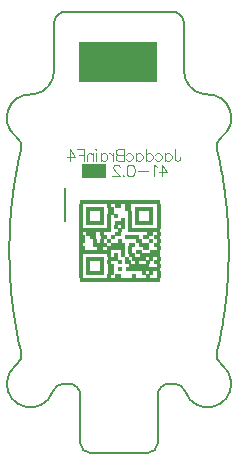
<source format=gbo>
G04*
G04 #@! TF.GenerationSoftware,Altium Limited,Altium Designer,21.5.1 (32)*
G04*
G04 Layer_Color=32896*
%FSAX25Y25*%
%MOIN*%
G70*
G04*
G04 #@! TF.SameCoordinates,4E6474E7-3770-4CE9-8705-8CFC98EF6C10*
G04*
G04*
G04 #@! TF.FilePolarity,Positive*
G04*
G01*
G75*
%ADD12C,0.00787*%
%ADD13C,0.00394*%
%ADD77C,0.00315*%
%ADD78R,0.01181X0.01181*%
%ADD79R,0.01181X0.01181*%
%ADD80R,0.05906X0.01181*%
%ADD81R,0.01181X0.01181*%
%ADD82R,0.10630X0.01181*%
%ADD83R,0.02362X0.01181*%
%ADD84R,0.03543X0.01181*%
%ADD85R,0.10630X0.01181*%
%ADD86R,0.01181X0.01181*%
%ADD87R,0.05906X0.01181*%
%ADD88R,0.02362X0.01181*%
%ADD89R,0.03543X0.01181*%
%ADD90R,0.02362X0.01181*%
%ADD91R,0.04724X0.01181*%
%ADD92R,0.27165X0.01181*%
%ADD93R,0.05906X0.01181*%
%ADD94R,0.02362X0.01181*%
%ADD95R,0.04724X0.01181*%
%ADD96R,0.11811X0.01181*%
%ADD97R,0.07087X0.01181*%
%ADD98R,0.04724X0.01181*%
%ADD99R,0.07087X0.01181*%
%ADD100R,0.03543X0.01181*%
%ADD101R,0.07972X0.04575*%
%ADD102R,0.26378X0.13484*%
D12*
X-0018012Y0010008D02*
Y0020808D01*
X-0017715Y0079726D02*
G03*
X-0021654Y0075787I0000000J-0003938D01*
G01*
X-0034152Y-0037918D02*
G03*
X-0037374Y-0043632I0004625J-0006373D01*
G01*
X0016811Y-0044291D02*
G03*
X0012874Y-0048228I0000000J-0003937D01*
G01*
X0021654Y0075787D02*
G03*
X0017715Y0079726I-0003938J0000000D01*
G01*
X0034152Y0037918D02*
G03*
X0032640Y0033797I0002312J-0003187D01*
G01*
X-0034152Y-0037918D02*
G03*
X-0032640Y-0033797I-0002312J0003187D01*
G01*
X0009729Y-0067323D02*
G03*
X0012874Y-0064177I0000000J0003145D01*
G01*
X0032640Y-0033797D02*
G03*
X0034152Y-0037918I0003824J-0000935D01*
G01*
X-0012874Y-0064177D02*
G03*
X-0009729Y-0067323I0003145J0000000D01*
G01*
X-0032640Y0033797D02*
G03*
X-0034152Y0037918I-0003824J0000935D01*
G01*
X0037367Y-0043558D02*
G03*
X0034152Y-0037918I-0007840J-0000734D01*
G01*
X-0029035Y0052150D02*
G03*
X-0034152Y0037918I-0000493J-0007859D01*
G01*
X-0012874Y-0048228D02*
G03*
X-0016811Y-0044291I-0003937J0000000D01*
G01*
X0021654Y0059953D02*
G03*
X0028362Y0052165I0007874J0000000D01*
G01*
X-0029035Y0052150D02*
G03*
X-0028362Y0052165I0000246J0003929D01*
G01*
X0022104Y-0046916D02*
G03*
X0037367Y-0043560I0007423J0002625D01*
G01*
X-0018392Y-0044291D02*
G03*
X-0022104Y-0046916I0000000J-0003937D01*
G01*
X0028362Y0052165D02*
G03*
X0029035Y0052150I0000426J0003914D01*
G01*
X0022104Y-0046916D02*
G03*
X0018392Y-0044291I-0003712J-0001312D01*
G01*
X-0037374Y-0043633D02*
G03*
X-0022104Y-0046916I0007846J-0000658D01*
G01*
X0034152Y0037918D02*
G03*
X0029035Y0052150I-0004625J0006373D01*
G01*
X-0028362Y0052165D02*
G03*
X-0021654Y0059953I-0001165J0007787D01*
G01*
Y0075787D01*
X0033507Y0029989D02*
X0033641Y0029344D01*
X-0033507Y0029989D02*
X-0033370Y0030630D01*
X0034269Y0026086D02*
X0034386Y0025428D01*
X-0034269Y0026086D02*
X-0034150Y0026743D01*
X0034924Y0022102D02*
X0035023Y0021431D01*
X0035118Y0020759D01*
X-0034924Y0022102D02*
X-0034823Y0022772D01*
X-0035840Y0014628D02*
X-0035773Y0015315D01*
X0036227Y0009787D02*
X0036270Y0009091D01*
X-0036182Y0010482D02*
X-0036133Y0011175D01*
X0036437Y0005603D02*
X0036461Y0004904D01*
X-0036410Y0006302D02*
X-0036380Y0007000D01*
X0036532Y0001402D02*
X0036537Y0000701D01*
X-0036524Y0002103D02*
X-0036513Y0002804D01*
X0036499Y-0003504D02*
X0036513Y-0002804D01*
X0036132Y-0011175D02*
X0036182Y-0010482D01*
X-0036228Y-0009787D02*
X-0036182Y-0010482D01*
X0035772Y-0015315D02*
X0035840Y-0014628D01*
X-0035905Y-0013940D02*
X-0035840Y-0014628D01*
X0035300Y-0019407D02*
X0035387Y-0018729D01*
X-0035470Y-0018049D02*
X-0035387Y-0018729D01*
X0034610Y-0024104D02*
X0034718Y-0023439D01*
X0033229Y-0031269D02*
X0033370Y-0030630D01*
X-0033641Y-0029344D02*
X-0033507Y-0029989D01*
X-0032792Y-0033169D02*
X-0032640Y-0033797D01*
X0016811Y-0044291D02*
X0018392D01*
X0032792Y0033169D02*
X0032940Y0032539D01*
X0033641Y0029344D02*
X0033773Y0028698D01*
X-0033370Y0030630D02*
X-0033230Y0031269D01*
X0034386Y0025428D02*
X0034500Y0024767D01*
X-0034150Y0026743D02*
X-0034027Y0027397D01*
X-0034823Y0022772D02*
X-0034718Y0023439D01*
X0035550Y0017368D02*
X0035627Y0016685D01*
X-0035387Y0018729D02*
X-0035301Y0019407D01*
X0035967Y0013250D02*
X0036025Y0012560D01*
X0036270Y0009091D02*
X0036310Y0008395D01*
X-0036380Y0007000D02*
X-0036346Y0007698D01*
X0036461Y0004904D02*
X0036481Y0004204D01*
X-0036513Y0002804D02*
X-0036499Y0003504D01*
X-0036537Y-0000701D02*
X-0036532Y-0001402D01*
X0036346Y-0007698D02*
X0036380Y-0007000D01*
X-0036461Y-0004904D02*
X-0036437Y-0005603D01*
X0036080Y-0011868D02*
X0036132Y-0011175D01*
X0035701Y-0016001D02*
X0035772Y-0015315D01*
X-0035967Y-0013250D02*
X-0035905Y-0013940D01*
X0035211Y-0020084D02*
X0035300Y-0019407D01*
X-0035550Y-0017368D02*
X-0035470Y-0018049D01*
X-0035023Y-0021431D02*
X-0034924Y-0022102D01*
X0033901Y-0028048D02*
X0034027Y-0027397D01*
X-0034386Y-0025428D02*
X-0034269Y-0026086D01*
X0033086Y-0031905D02*
X0033229Y-0031269D01*
X-0032941Y-0032539D02*
X-0032792Y-0033169D01*
X0012874Y-0064177D02*
Y-0048228D01*
X-0017715Y0079724D02*
X0017715D01*
X0032940Y0032539D02*
X0033086Y0031905D01*
X0033773Y0028698D02*
X0033901Y0028048D01*
X-0034718Y0023439D02*
X-0034610Y0024104D01*
X0035118Y0020759D02*
X0035211Y0020084D01*
X-0035301Y0019407D02*
X-0035211Y0020084D01*
X0035627Y0016685D02*
X0035701Y0016001D01*
X-0035773Y0015315D02*
X-0035702Y0016001D01*
X0036025Y0012560D02*
X0036080Y0011868D01*
X-0036133Y0011175D02*
X-0036081Y0011868D01*
X0036310Y0008395D02*
X0036346Y0007698D01*
X-0036499Y0003504D02*
X-0036481Y0004204D01*
X0036537Y0000701D02*
X0036538Y0000000D01*
X-0036538D02*
X-0036537Y-0000701D01*
X0036481Y-0004204D02*
X0036499Y-0003504D01*
X-0036481Y-0004204D02*
X-0036461Y-0004904D01*
X0036310Y-0008395D02*
X0036346Y-0007698D01*
X-0036270Y-0009091D02*
X-0036228Y-0009787D01*
X0036025Y-0012560D02*
X0036080Y-0011868D01*
X-0035628Y-0016685D02*
X-0035550Y-0017368D01*
X-0035119Y-0020759D02*
X-0035023Y-0021431D01*
X0034500Y-0024767D02*
X0034610Y-0024104D01*
X-0034500Y-0024767D02*
X-0034386Y-0025428D01*
X0033773Y-0028698D02*
X0033901Y-0028048D01*
X-0033773Y-0028698D02*
X-0033641Y-0029344D01*
X0032940Y-0032539D02*
X0033086Y-0031905D01*
X0021654Y0059953D02*
Y0075787D01*
X-0033230Y0031269D02*
X-0033086Y0031905D01*
X-0034027Y0027397D02*
X-0033902Y0028048D01*
X0034500Y0024767D02*
X0034610Y0024104D01*
X0035211Y0020084D02*
X0035300Y0019407D01*
X-0035211Y0020084D02*
X-0035119Y0020759D01*
X0035701Y0016001D02*
X0035772Y0015315D01*
X-0035702Y0016001D02*
X-0035628Y0016685D01*
X-0036081Y0011868D02*
X-0036025Y0012560D01*
X-0036346Y0007698D02*
X-0036310Y0008395D01*
X0036481Y0004204D02*
X0036499Y0003504D01*
X0036537Y-0000701D02*
X0036538Y0000000D01*
X0036461Y-0004904D02*
X0036481Y-0004204D01*
X-0036499Y-0003504D02*
X-0036481Y-0004204D01*
X0036270Y-0009091D02*
X0036310Y-0008395D01*
X-0036310D02*
X-0036270Y-0009091D01*
X-0036025Y-0012560D02*
X-0035967Y-0013250D01*
X0035627Y-0016685D02*
X0035701Y-0016001D01*
X0035118Y-0020759D02*
X0035211Y-0020084D01*
X0034386Y-0025428D02*
X0034500Y-0024767D01*
X-0034610Y-0024104D02*
X-0034500Y-0024767D01*
X0033641Y-0029344D02*
X0033773Y-0028698D01*
X-0033902Y-0028048D02*
X-0033773Y-0028698D01*
X-0033086Y-0031905D02*
X-0032941Y-0032539D01*
X-0009729Y-0067323D02*
X0009729D01*
X0033086Y0031905D02*
X0033229Y0031269D01*
X-0033086Y0031905D02*
X-0032941Y0032539D01*
X0033901Y0028048D02*
X0034027Y0027397D01*
X-0033902Y0028048D02*
X-0033773Y0028698D01*
X0034610Y0024104D02*
X0034718Y0023439D01*
X-0034610Y0024104D02*
X-0034500Y0024767D01*
X0035300Y0019407D02*
X0035387Y0018729D01*
X0036080Y0011868D02*
X0036132Y0011175D01*
X-0036025Y0012560D02*
X-0035967Y0013250D01*
X0036346Y0007698D02*
X0036380Y0007000D01*
X-0036310Y0008395D02*
X-0036270Y0009091D01*
X0036499Y0003504D02*
X0036513Y0002804D01*
X-0036481Y0004204D02*
X-0036461Y0004904D01*
X0036532Y-0001402D02*
X0036537Y-0000701D01*
X-0036538Y0000000D02*
X-0036537Y0000701D01*
X-0036346Y-0007698D02*
X-0036310Y-0008395D01*
X0035967Y-0013250D02*
X0036025Y-0012560D01*
X-0036081Y-0011868D02*
X-0036025Y-0012560D01*
X0035550Y-0017368D02*
X0035627Y-0016685D01*
X-0035702Y-0016001D02*
X-0035628Y-0016685D01*
X0035023Y-0021431D02*
X0035118Y-0020759D01*
X-0035211Y-0020084D02*
X-0035119Y-0020759D01*
X-0034027Y-0027397D02*
X-0033902Y-0028048D01*
X0032792Y-0033169D02*
X0032940Y-0032539D01*
X-0033230Y-0031269D02*
X-0033086Y-0031905D01*
X-0012874Y-0064177D02*
Y-0048228D01*
X0033229Y0031269D02*
X0033370Y0030630D01*
X0034027Y0027397D02*
X0034150Y0026743D01*
X-0033773Y0028698D02*
X-0033641Y0029344D01*
X0034718Y0023439D02*
X0034823Y0022772D01*
X-0034500Y0024767D02*
X-0034386Y0025428D01*
X-0035119Y0020759D02*
X-0035023Y0021431D01*
X0035772Y0015315D02*
X0035840Y0014628D01*
X-0035628Y0016685D02*
X-0035550Y0017368D01*
X0036132Y0011175D02*
X0036182Y0010482D01*
X-0036270Y0009091D02*
X-0036228Y0009787D01*
X0036380Y0007000D02*
X0036410Y0006302D01*
X-0036461Y0004904D02*
X-0036437Y0005603D01*
X0036513Y0002804D02*
X0036524Y0002103D01*
X-0036537Y0000701D02*
X-0036532Y0001402D01*
X0036437Y-0005603D02*
X0036461Y-0004904D01*
X-0036513Y-0002804D02*
X-0036499Y-0003504D01*
X0036227Y-0009787D02*
X0036270Y-0009091D01*
X0035905Y-0013940D02*
X0035967Y-0013250D01*
X-0036133Y-0011175D02*
X-0036081Y-0011868D01*
X0035470Y-0018049D02*
X0035550Y-0017368D01*
X-0035773Y-0015315D02*
X-0035702Y-0016001D01*
X-0035301Y-0019407D02*
X-0035211Y-0020084D01*
X0034269Y-0026086D02*
X0034386Y-0025428D01*
X-0034718Y-0023439D02*
X-0034610Y-0024104D01*
X0033507Y-0029989D02*
X0033641Y-0029344D01*
X0032640Y-0033797D02*
X0032792Y-0033169D01*
X-0018392Y-0044291D02*
X-0016811D01*
X-0032941Y0032539D02*
X-0032792Y0033169D01*
X0033370Y0030630D02*
X0033507Y0029989D01*
X-0034386Y0025428D02*
X-0034269Y0026086D01*
X-0035023Y0021431D02*
X-0034924Y0022102D01*
X0035387Y0018729D02*
X0035470Y0018049D01*
X-0035550Y0017368D02*
X-0035470Y0018049D01*
X0035840Y0014628D02*
X0035905Y0013940D01*
X-0035967Y0013250D02*
X-0035905Y0013940D01*
X0036182Y0010482D02*
X0036227Y0009787D01*
X-0036532Y0001402D02*
X-0036524Y0002103D01*
X0036524Y-0002103D02*
X0036532Y-0001402D01*
X-0036524Y-0002103D02*
X-0036513Y-0002804D01*
X0036410Y-0006302D02*
X0036437Y-0005603D01*
X-0036410Y-0006302D02*
X-0036380Y-0007000D01*
X-0036346Y-0007698D01*
X0036182Y-0010482D02*
X0036227Y-0009787D01*
X0035840Y-0014628D02*
X0035905Y-0013940D01*
X-0035387Y-0018729D02*
X-0035301Y-0019407D01*
X0034924Y-0022102D02*
X0035023Y-0021431D01*
X-0034823Y-0022772D02*
X-0034718Y-0023439D01*
X0034150Y-0026743D02*
X0034269Y-0026086D01*
X-0034150Y-0026743D02*
X-0034027Y-0027397D01*
X0033370Y-0030630D02*
X0033507Y-0029989D01*
X-0033370Y-0030630D02*
X-0033230Y-0031269D01*
X0037367Y-0043560D02*
Y-0043558D01*
X0032640Y0033797D02*
X0032792Y0033169D01*
X-0032792D02*
X-0032640Y0033797D01*
X-0033641Y0029344D02*
X-0033507Y0029989D01*
X0034150Y0026743D02*
X0034269Y0026086D01*
X0034823Y0022772D02*
X0034924Y0022102D01*
X0035470Y0018049D02*
X0035550Y0017368D01*
X-0035470Y0018049D02*
X-0035387Y0018729D01*
X0035905Y0013940D02*
X0035967Y0013250D01*
X-0035905Y0013940D02*
X-0035840Y0014628D01*
X-0036228Y0009787D02*
X-0036182Y0010482D01*
X0036410Y0006302D02*
X0036437Y0005603D01*
X-0036437D02*
X-0036410Y0006302D01*
X0036524Y0002103D02*
X0036532Y0001402D01*
X0036513Y-0002804D02*
X0036524Y-0002103D01*
X-0036532Y-0001402D02*
X-0036524Y-0002103D01*
X0036380Y-0007000D02*
X0036410Y-0006302D01*
X-0036437Y-0005603D02*
X-0036410Y-0006302D01*
X-0036182Y-0010482D02*
X-0036133Y-0011175D01*
X-0035840Y-0014628D02*
X-0035773Y-0015315D01*
X0035387Y-0018729D02*
X0035470Y-0018049D01*
X0034823Y-0022772D02*
X0034924Y-0022102D01*
X0034718Y-0023439D02*
X0034823Y-0022772D01*
X-0034924Y-0022102D02*
X-0034823Y-0022772D01*
X0034027Y-0027397D02*
X0034150Y-0026743D01*
X-0034269Y-0026086D02*
X-0034150Y-0026743D01*
X-0033507Y-0029989D02*
X-0033370Y-0030630D01*
X-0037374Y-0043633D02*
Y-0043632D01*
D13*
X0018598Y0033857D02*
Y0030858D01*
X0018786Y0030296D01*
X0018973Y0030109D01*
X0019348Y0029921D01*
X0019723D01*
X0020098Y0030109D01*
X0020285Y0030296D01*
X0020472Y0030858D01*
Y0031233D01*
X0015337Y0032545D02*
Y0029921D01*
Y0031983D02*
X0015711Y0032358D01*
X0016086Y0032545D01*
X0016649D01*
X0017024Y0032358D01*
X0017399Y0031983D01*
X0017586Y0031421D01*
Y0031046D01*
X0017399Y0030484D01*
X0017024Y0030109D01*
X0016649Y0029921D01*
X0016086D01*
X0015711Y0030109D01*
X0015337Y0030484D01*
X0012038Y0031983D02*
X0012413Y0032358D01*
X0012788Y0032545D01*
X0013350D01*
X0013725Y0032358D01*
X0014100Y0031983D01*
X0014287Y0031421D01*
Y0031046D01*
X0014100Y0030484D01*
X0013725Y0030109D01*
X0013350Y0029921D01*
X0012788D01*
X0012413Y0030109D01*
X0012038Y0030484D01*
X0008945Y0033857D02*
Y0029921D01*
Y0031983D02*
X0009320Y0032358D01*
X0009695Y0032545D01*
X0010257D01*
X0010632Y0032358D01*
X0011007Y0031983D01*
X0011194Y0031421D01*
Y0031046D01*
X0011007Y0030484D01*
X0010632Y0030109D01*
X0010257Y0029921D01*
X0009695D01*
X0009320Y0030109D01*
X0008945Y0030484D01*
X0005646Y0032545D02*
Y0029921D01*
Y0031983D02*
X0006021Y0032358D01*
X0006396Y0032545D01*
X0006958D01*
X0007333Y0032358D01*
X0007708Y0031983D01*
X0007896Y0031421D01*
Y0031046D01*
X0007708Y0030484D01*
X0007333Y0030109D01*
X0006958Y0029921D01*
X0006396D01*
X0006021Y0030109D01*
X0005646Y0030484D01*
X0002347Y0031983D02*
X0002722Y0032358D01*
X0003097Y0032545D01*
X0003659D01*
X0004034Y0032358D01*
X0004409Y0031983D01*
X0004597Y0031421D01*
Y0031046D01*
X0004409Y0030484D01*
X0004034Y0030109D01*
X0003659Y0029921D01*
X0003097D01*
X0002722Y0030109D01*
X0002347Y0030484D01*
X0001504Y0033857D02*
Y0029921D01*
Y0033857D02*
X-0000183D01*
X-0000745Y0033670D01*
X-0000933Y0033483D01*
X-0001120Y0033108D01*
Y0032733D01*
X-0000933Y0032358D01*
X-0000745Y0032171D01*
X-0000183Y0031983D01*
X0001504D02*
X-0000183D01*
X-0000745Y0031796D01*
X-0000933Y0031608D01*
X-0001120Y0031233D01*
Y0030671D01*
X-0000933Y0030296D01*
X-0000745Y0030109D01*
X-0000183Y0029921D01*
X0001504D01*
X-0002001Y0032545D02*
Y0029921D01*
Y0031421D02*
X-0002189Y0031983D01*
X-0002564Y0032358D01*
X-0002938Y0032545D01*
X-0003501D01*
X-0006106D02*
Y0029921D01*
Y0031983D02*
X-0005731Y0032358D01*
X-0005356Y0032545D01*
X-0004794D01*
X-0004419Y0032358D01*
X-0004044Y0031983D01*
X-0003857Y0031421D01*
Y0031046D01*
X-0004044Y0030484D01*
X-0004419Y0030109D01*
X-0004794Y0029921D01*
X-0005356D01*
X-0005731Y0030109D01*
X-0006106Y0030484D01*
X-0007530Y0033857D02*
X-0007718Y0033670D01*
X-0007905Y0033857D01*
X-0007718Y0034045D01*
X-0007530Y0033857D01*
X-0007718Y0032545D02*
Y0029921D01*
X-0008599Y0032545D02*
Y0029921D01*
Y0031796D02*
X-0009161Y0032358D01*
X-0009536Y0032545D01*
X-0010098D01*
X-0010473Y0032358D01*
X-0010661Y0031796D01*
Y0029921D01*
X-0011692Y0033857D02*
Y0029921D01*
Y0033857D02*
X-0014128D01*
X-0011692Y0031983D02*
X-0013191D01*
X-0016453Y0033857D02*
X-0014578Y0031233D01*
X-0017390D01*
X-0016453Y0033857D02*
Y0029921D01*
D77*
X0014232Y0028730D02*
X0016107Y0026106D01*
X0013295D01*
X0014232Y0028730D02*
Y0024794D01*
X0012602Y0027980D02*
X0012227Y0028168D01*
X0011664Y0028730D01*
Y0024794D01*
X0009715Y0026481D02*
X0006341D01*
X0004055Y0028730D02*
X0004617Y0028542D01*
X0004992Y0027980D01*
X0005179Y0027043D01*
Y0026481D01*
X0004992Y0025543D01*
X0004617Y0024981D01*
X0004055Y0024794D01*
X0003680D01*
X0003117Y0024981D01*
X0002742Y0025543D01*
X0002555Y0026481D01*
Y0027043D01*
X0002742Y0027980D01*
X0003117Y0028542D01*
X0003680Y0028730D01*
X0004055D01*
X0001487Y0025169D02*
X0001674Y0024981D01*
X0001487Y0024794D01*
X0001299Y0024981D01*
X0001487Y0025169D01*
X0000249Y0027793D02*
Y0027980D01*
X0000062Y0028355D01*
X-0000125Y0028542D01*
X-0000500Y0028730D01*
X-0001250D01*
X-0001625Y0028542D01*
X-0001812Y0028355D01*
X-0002000Y0027980D01*
Y0027605D01*
X-0001812Y0027230D01*
X-0001437Y0026668D01*
X0000437Y0024794D01*
X-0002187D01*
D78*
X-0012795Y-0008563D02*
D03*
Y-0006201D02*
D03*
Y-0005020D02*
D03*
Y-0003839D02*
D03*
Y-0001476D02*
D03*
Y0005610D02*
D03*
Y0007972D02*
D03*
Y0009154D02*
D03*
Y0010335D02*
D03*
Y0011516D02*
D03*
Y0013878D02*
D03*
Y0015059D02*
D03*
X-0003347Y-0008563D02*
D03*
Y-0003839D02*
D03*
Y-0001476D02*
D03*
X-0008071Y0003248D02*
D03*
X-0003347D02*
D03*
X-0002165Y0004429D02*
D03*
X-0003347Y0007972D02*
D03*
Y0009154D02*
D03*
Y0010335D02*
D03*
Y0011516D02*
D03*
Y0015059D02*
D03*
X0004921Y-0008563D02*
D03*
X0000197Y-0006201D02*
D03*
Y-0003839D02*
D03*
X0001378Y-0001476D02*
D03*
Y-0000295D02*
D03*
X0000197Y0003248D02*
D03*
X0001378Y0007972D02*
D03*
Y0010335D02*
D03*
X0006102D02*
D03*
X0013189Y-0008563D02*
D03*
Y-0005020D02*
D03*
X0006102Y-0003839D02*
D03*
Y0011516D02*
D03*
X0010827Y0003248D02*
D03*
Y0010335D02*
D03*
Y0011516D02*
D03*
X0013189Y0000886D02*
D03*
Y0003248D02*
D03*
Y0005610D02*
D03*
Y0007972D02*
D03*
Y0011516D02*
D03*
Y0009154D02*
D03*
Y0013878D02*
D03*
Y0010335D02*
D03*
Y0015059D02*
D03*
D79*
X-0012795Y-0007382D02*
D03*
Y-0002657D02*
D03*
Y0002067D02*
D03*
Y0012697D02*
D03*
X0002559Y-0002657D02*
D03*
X0000197Y0006791D02*
D03*
X0008465Y-0007382D02*
D03*
X0013189D02*
D03*
X0010827D02*
D03*
X0013189Y-0002657D02*
D03*
X0010827D02*
D03*
X0006102Y0012697D02*
D03*
X0010827D02*
D03*
X0013189D02*
D03*
D80*
X-0008071Y-0007382D02*
D03*
Y-0002657D02*
D03*
D81*
X-0010433Y-0006201D02*
D03*
Y-0005020D02*
D03*
Y-0003839D02*
D03*
Y0010335D02*
D03*
Y0011516D02*
D03*
X-0005709Y-0006201D02*
D03*
Y-0005020D02*
D03*
Y-0003839D02*
D03*
X-0000984Y-0001476D02*
D03*
X-0005709Y0003248D02*
D03*
Y0005610D02*
D03*
X-0000984Y0007972D02*
D03*
X-0005709Y0010335D02*
D03*
Y0011516D02*
D03*
X-0000984D02*
D03*
X0003740Y-0000295D02*
D03*
Y0000886D02*
D03*
Y0007972D02*
D03*
Y0009154D02*
D03*
Y0010335D02*
D03*
Y0011516D02*
D03*
X0009646Y-0008563D02*
D03*
Y-0003839D02*
D03*
D82*
X-0008071Y-0000295D02*
D03*
D83*
X-0012205Y0000886D02*
D03*
Y0003248D02*
D03*
Y0004429D02*
D03*
X-0008661D02*
D03*
X-0002756Y-0006201D02*
D03*
Y-0005020D02*
D03*
Y0013878D02*
D03*
X0012598Y-0003839D02*
D03*
X0006693Y-0000295D02*
D03*
Y0003248D02*
D03*
X0012598Y0004429D02*
D03*
D84*
X-0009252Y0005610D02*
D03*
X0000197Y0009154D02*
D03*
D85*
X-0008071Y0006791D02*
D03*
X0008465D02*
D03*
D86*
X-0010433Y0012697D02*
D03*
X-0005709D02*
D03*
X0003740D02*
D03*
D87*
X-0008071Y0013878D02*
D03*
Y0009154D02*
D03*
D88*
X-0002756Y-0007382D02*
D03*
Y0012697D02*
D03*
X0012598Y0002067D02*
D03*
D89*
X-0002165Y-0002657D02*
D03*
X0008465Y0002067D02*
D03*
D90*
X-0006299Y0000886D02*
D03*
X-0005118Y0004429D02*
D03*
X-0000394Y-0008563D02*
D03*
X0003150Y-0003839D02*
D03*
X0004331Y-0001476D02*
D03*
X-0000394Y0005610D02*
D03*
X0003150Y0013878D02*
D03*
X-0000394Y0015059D02*
D03*
X0003150D02*
D03*
X0009055Y0000886D02*
D03*
Y0004429D02*
D03*
X0010236Y0005610D02*
D03*
D91*
X-0006299Y0002067D02*
D03*
X-0000394D02*
D03*
D92*
X0000197Y-0009744D02*
D03*
Y0016240D02*
D03*
D93*
X-0000984Y0000886D02*
D03*
X0008465Y0013878D02*
D03*
Y0009154D02*
D03*
D94*
X0004331Y0002067D02*
D03*
D95*
Y0004429D02*
D03*
D96*
X0007874Y-0006201D02*
D03*
D97*
X0006693Y-0005020D02*
D03*
D98*
X0006693Y-0002657D02*
D03*
D99*
X0010236Y-0001476D02*
D03*
D100*
X0012008Y-0000295D02*
D03*
D101*
X-0008270Y0026738D02*
D03*
D102*
X-0000295Y0063041D02*
D03*
M02*

</source>
